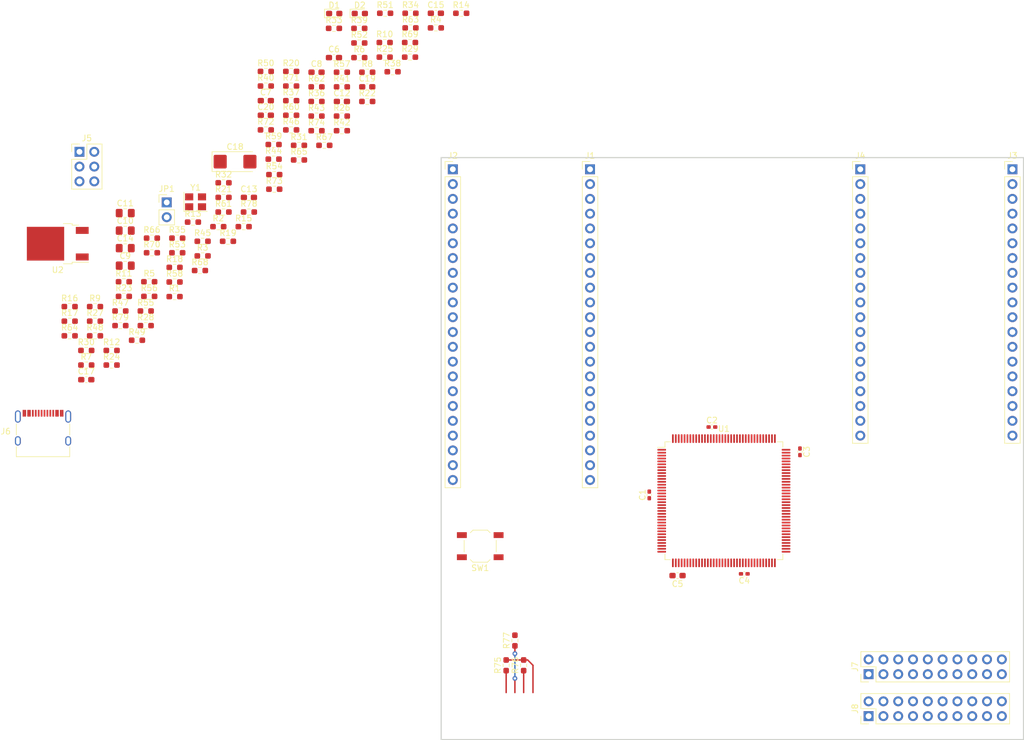
<source format=kicad_pcb>
(kicad_pcb (version 20211014) (generator pcbnew)
  (layers (0 "F.Cu" signal) (1 "In1.Cu" signal) (2 "In2.Cu" signal) (31 "B.Cu" signal) (34 "B.Paste" user) (35 "F.Paste" user) (36 "B.SilkS" user "B.Silkscreen") (37 "F.SilkS" user "F.Silkscreen") (38 "B.Mask" user) (39 "F.Mask" user) (44 "Edge.Cuts" user))
  (net 0 "")
  (net 1 "+3V3")
  (net 2 "GND")
  (net 3 "+3.3VA")
  (net 4 "Net-(C15-Pad1)")
  (net 5 "+5V")
  (net 6 "OSC_OUT")
  (net 7 "OSC_IN")
  (net 8 "Net-(D1-Pad1)")
  (net 9 "Net-(D1-Pad2)")
  (net 10 "Net-(D2-Pad1)")
  (net 11 "Net-(J1-Pad1)")
  (net 13 "Net-(J1-Pad4)")
  (net 14 "Net-(J1-Pad5)")
  (net 15 "Net-(J1-Pad6)")
  (net 16 "Net-(J1-Pad7)")
  (net 17 "Net-(J1-Pad8)")
  (net 18 "Net-(J1-Pad9)")
  (net 19 "Net-(J1-Pad10)")
  (net 20 "Net-(J1-Pad11)")
  (net 21 "Net-(J1-Pad12)")
  (net 22 "Net-(J1-Pad13)")
  (net 23 "Net-(J1-Pad14)")
  (net 24 "Net-(J1-Pad15)")
  (net 25 "Net-(J1-Pad16)")
  (net 26 "Net-(J1-Pad17)")
  (net 27 "Net-(J1-Pad18)")
  (net 28 "Net-(J1-Pad19)")
  (net 29 "Net-(J1-Pad20)")
  (net 30 "Net-(J2-Pad2)")
  (net 31 "Net-(J2-Pad3)")
  (net 32 "Net-(J2-Pad4)")
  (net 33 "Net-(J2-Pad5)")
  (net 34 "Net-(J2-Pad6)")
  (net 35 "Net-(J2-Pad7)")
  (net 36 "Net-(J2-Pad8)")
  (net 37 "Net-(J2-Pad9)")
  (net 38 "Net-(J2-Pad10)")
  (net 39 "Net-(J2-Pad11)")
  (net 40 "Net-(J2-Pad12)")
  (net 41 "Net-(J2-Pad13)")
  (net 42 "Net-(J2-Pad14)")
  (net 43 "Net-(J2-Pad15)")
  (net 44 "Net-(J2-Pad16)")
  (net 45 "Net-(J2-Pad17)")
  (net 46 "Net-(J2-Pad18)")
  (net 47 "Net-(J2-Pad19)")
  (net 48 "Net-(J2-Pad20)")
  (net 49 "Net-(J3-Pad2)")
  (net 50 "Net-(J3-Pad3)")
  (net 51 "Net-(J3-Pad4)")
  (net 52 "Net-(J3-Pad5)")
  (net 53 "Net-(J3-Pad6)")
  (net 54 "Net-(J3-Pad7)")
  (net 55 "Net-(J3-Pad8)")
  (net 56 "Net-(J3-Pad9)")
  (net 57 "Net-(J3-Pad10)")
  (net 58 "Net-(J3-Pad11)")
  (net 59 "Net-(J3-Pad12)")
  (net 60 "Net-(J3-Pad13)")
  (net 61 "Net-(J3-Pad15)")
  (net 62 "Net-(J3-Pad16)")
  (net 63 "Net-(J3-Pad17)")
  (net 64 "Net-(J3-Pad18)")
  (net 65 "Net-(J4-Pad2)")
  (net 66 "Net-(J4-Pad3)")
  (net 67 "Net-(J4-Pad4)")
  (net 68 "Net-(J4-Pad5)")
  (net 69 "Net-(J4-Pad6)")
  (net 70 "Net-(J4-Pad8)")
  (net 71 "Net-(J4-Pad9)")
  (net 72 "Net-(J4-Pad10)")
  (net 73 "Net-(J4-Pad11)")
  (net 74 "Net-(J4-Pad12)")
  (net 75 "Net-(J4-Pad13)")
  (net 76 "Net-(J4-Pad14)")
  (net 77 "Net-(J4-Pad15)")
  (net 78 "Net-(J4-Pad16)")
  (net 79 "Net-(J4-Pad17)")
  (net 80 "Net-(J4-Pad18)")
  (net 81 "Net-(J4-Pad19)")
  (net 82 "Net-(J5-Pad2)")
  (net 83 "Net-(J5-Pad5)")
  (net 84 "Net-(J6-PadA5)")
  (net 85 "Net-(J6-PadA6)")
  (net 86 "Net-(J6-PadA7)")
  (net 88 "Net-(J6-PadB5)")
  (net 91 "BOOT1")
  (net 92 "Net-(R3-Pad1)")
  (net 93 "Net-(R4-Pad1)")
  (net 94 "Net-(R5-Pad1)")
  (net 95 "Net-(R6-Pad1)")
  (net 96 "Net-(R7-Pad1)")
  (net 97 "Net-(R8-Pad1)")
  (net 98 "Net-(R9-Pad1)")
  (net 99 "Net-(R10-Pad1)")
  (net 100 "Net-(R11-Pad1)")
  (net 101 "Net-(R12-Pad1)")
  (net 102 "Net-(R13-Pad1)")
  (net 103 "Net-(R14-Pad1)")
  (net 104 "Net-(R15-Pad1)")
  (net 105 "Net-(R16-Pad1)")
  (net 106 "Net-(R17-Pad1)")
  (net 107 "Net-(R18-Pad1)")
  (net 108 "Net-(R19-Pad1)")
  (net 109 "Net-(R20-Pad1)")
  (net 110 "Net-(R21-Pad1)")
  (net 111 "Net-(R22-Pad2)")
  (net 112 "Net-(R23-Pad2)")
  (net 113 "Net-(R24-Pad2)")
  (net 114 "Net-(R25-Pad2)")
  (net 115 "Net-(R26-Pad2)")
  (net 116 "Net-(R27-Pad2)")
  (net 117 "Net-(R28-Pad2)")
  (net 118 "Net-(R29-Pad2)")
  (net 119 "Net-(R30-Pad2)")
  (net 120 "Net-(R31-Pad2)")
  (net 121 "Net-(R32-Pad2)")
  (net 122 "Net-(R33-Pad2)")
  (net 123 "Net-(R34-Pad2)")
  (net 124 "Net-(R35-Pad2)")
  (net 125 "Net-(R36-Pad2)")
  (net 126 "Net-(R37-Pad2)")
  (net 127 "Net-(R38-Pad2)")
  (net 128 "/BOOT0")
  (net 129 "Net-(R40-Pad1)")
  (net 130 "Net-(R41-Pad1)")
  (net 131 "Net-(R42-Pad1)")
  (net 132 "Net-(R43-Pad1)")
  (net 133 "Net-(R44-Pad1)")
  (net 134 "Net-(R45-Pad1)")
  (net 135 "Net-(R46-Pad1)")
  (net 136 "Net-(R47-Pad1)")
  (net 137 "Net-(R48-Pad1)")
  (net 138 "Net-(R49-Pad1)")
  (net 139 "Net-(R50-Pad1)")
  (net 140 "Net-(R51-Pad1)")
  (net 141 "Net-(R52-Pad1)")
  (net 142 "Net-(R53-Pad1)")
  (net 143 "Net-(R54-Pad1)")
  (net 144 "Net-(R55-Pad1)")
  (net 145 "Net-(R56-Pad1)")
  (net 146 "Net-(R57-Pad1)")
  (net 147 "Net-(R58-Pad1)")
  (net 148 "Net-(R59-Pad1)")
  (net 149 "Net-(R60-Pad1)")
  (net 150 "Net-(R61-Pad1)")
  (net 151 "Net-(R62-Pad1)")
  (net 152 "Net-(R63-Pad1)")
  (net 153 "Net-(R64-Pad1)")
  (net 154 "Net-(R65-Pad1)")
  (net 155 "Net-(R66-Pad1)")
  (net 156 "Net-(R67-Pad1)")
  (net 157 "Net-(R68-Pad1)")
  (net 158 "Net-(R69-Pad1)")
  (net 159 "Net-(R70-Pad1)")
  (net 160 "Net-(R71-Pad1)")
  (net 161 "Net-(R72-Pad1)")
  (net 162 "USB_D-")
  (net 163 "USB_D+")
  (net 168 "PA15")
  (net 169 "PA14")
  (net 170 "PA13")
  (net 171 "PA10")
  (net 172 "Net-(U1-Pad101)")
  (net 173 "Net-(U1-Pad100)")
  (net 174 "PC8")
  (net 175 "PC7")
  (net 176 "PC6")
  (net 177 "PD14")
  (net 178 "PD13")
  (net 179 "PD12")
  (net 180 "PD11")
  (net 181 "PD10")
  (net 182 "PD9")
  (net 183 "PE15")
  (net 184 "PE14")
  (net 185 "PF12")
  (net 186 "PF11")
  (net 187 "PB1")
  (net 188 "PB0")
  (net 189 "PC5")
  (net 190 "PC4")
  (net 191 "Net-(U1-Pad43)")
  (net 192 "Net-(U1-Pad42)")
  (net 193 "Net-(U1-Pad41)")
  (net 194 "Net-(U1-Pad40)")
  (net 195 "Net-(U1-Pad37)")
  (net 196 "Net-(U1-Pad36)")
  (net 197 "Net-(U1-Pad35)")
  (net 198 "Net-(U1-Pad34)")
  (net 199 "PF10")
  (net 200 "PF9")
  (net 201 "PF8")
  (net 202 "PF7")
  (net 203 "PF6")
  (net 204 "PF5")
  (net 205 "PF4")
  (net 206 "PF3")
  (footprint "Resistor_SMD:R_0603_1608Metric_Pad0.98x0.95mm_HandSolder" (layer "F.Cu") (at 49.92 71.31)
    (fp_text reference "R5")
    (fp_text value "220R")
  )
  (footprint "Resistor_SMD:R_0603_1608Metric_Pad0.98x0.95mm_HandSolder" (layer "F.Cu") (at 36.27 78.08)
    (fp_text reference "R17")
    (fp_text value "220R")
  )
  (footprint "Resistor_SMD:R_0603_1608Metric_Pad0.98x0.95mm_HandSolder" (layer "F.Cu") (at 114.15 137.15 90)
    (fp_text reference "R76")
    (fp_text value "5k1" hide)
  )
  (footprint "Resistor_SMD:R_0603_1608Metric_Pad0.98x0.95mm_HandSolder" (layer "F.Cu") (at 75.61 50.4)
    (fp_text reference "R65")
    (fp_text value "220R")
  )
  (footprint "Resistor_SMD:R_0603_1608Metric_Pad0.98x0.95mm_HandSolder" (layer "F.Cu") (at 49.32 78.84)
    (fp_text reference "R28")
    (fp_text value "220R")
  )
  (footprint "Connector_PinHeader_2.54mm:PinHeader_1x02_P2.54mm_Vertical" (layer "F.Cu") (at 52.92 57.69)
    (fp_text reference "JP1")
    (fp_text value "Jumper_2_Open")
  )
  (footprint "Resistor_SMD:R_0603_1608Metric_Pad0.98x0.95mm_HandSolder" (layer "F.Cu") (at 54.73 66.33)
    (fp_text reference "R53")
    (fp_text value "220R")
  )
  (footprint "Resistor_SMD:R_0603_1608Metric_Pad0.98x0.95mm_HandSolder" (layer "F.Cu") (at 82.97 37.85)
    (fp_text reference "R41")
    (fp_text value "220R")
  )
  (footprint "Resistor_SMD:R_0603_1608Metric_Pad0.98x0.95mm_HandSolder" (layer "F.Cu") (at 47.82 81.35)
    (fp_text reference "R49")
    (fp_text value "220R")
  )
  (footprint "Capacitor_SMD:C_0603_1608Metric_Pad1.08x0.95mm_HandSolder" (layer "F.Cu") (at 69.92 40.22)
    (fp_text reference "C7")
    (fp_text value "10nF")
  )
  (footprint "Package_TO_SOT_SMD:TO-252-2" (layer "F.Cu") (at 34.225 64.775 180)
    (fp_text reference "U2")
    (fp_text value "AMS1117CS-3.3")
  )
  (footprint "Capacitor_SMD:C_0402_1005Metric_Pad0.74x0.62mm_HandSolder" (layer "F.Cu") (at 135.7 107.9 90)
    (fp_text reference "C1")
    (fp_text value "10nF" hide)
  )
  (footprint "Connector_PinHeader_2.54mm:PinHeader_1x19_P2.54mm_Vertical" (layer "F.Cu") (at 171.9 52)
    (fp_text reference "J4")
    (fp_text value "Conn_01x19_Female ESP DEV_KIT")
  )
  (footprint "Resistor_SMD:R_0603_1608Metric_Pad0.98x0.95mm_HandSolder" (layer "F.Cu") (at 44.97 76.33)
    (fp_text reference "R47")
    (fp_text value "220R")
  )
  (footprint "Capacitor_SMD:C_0603_1608Metric_Pad1.08x0.95mm_HandSolder" (layer "F.Cu") (at 39.12 88.12)
    (fp_text reference "C17")
    (fp_text value "22uF")
  )
  (footprint "Resistor_SMD:R_0603_1608Metric_Pad0.98x0.95mm_HandSolder" (layer "F.Cu") (at 74.27 42.73)
    (fp_text reference "R60")
    (fp_text value "220R")
  )
  (footprint "Resistor_SMD:R_0603_1608Metric_Pad0.98x0.95mm_HandSolder" (layer "F.Cu") (at 78.62 42.87)
    (fp_text reference "R43")
    (fp_text value "220R")
  )
  (footprint "Resistor_SMD:R_0603_1608Metric_Pad0.98x0.95mm_HandSolder" (layer "F.Cu") (at 39.12 85.61)
    (fp_text reference "R7")
    (fp_text value "220R")
  )
  (footprint "Resistor_SMD:R_0603_1608Metric_Pad0.98x0.95mm_HandSolder" (layer "F.Cu") (at 90.31 30.24)
    (fp_text reference "R10")
    (fp_text value "220R")
  )
  (footprint "Resistor_SMD:R_0603_1608Metric_Pad0.98x0.95mm_HandSolder" (layer "F.Cu") (at 50.38 63.82)
    (fp_text reference "R66")
    (fp_text value "220R")
  )
  (footprint "Resistor_SMD:R_0603_1608Metric_Pad0.98x0.95mm_HandSolder" (layer "F.Cu") (at 103.44 25.22)
    (fp_text reference "R14")
    (fp_text value "220R")
  )
  (footprint "Resistor_SMD:R_0603_1608Metric_Pad0.98x0.95mm_HandSolder" (layer "F.Cu") (at 94.74 27.73)
    (fp_text reference "R63")
    (fp_text value "220R")
  )
  (footprint "Resistor_SMD:R_0603_1608Metric_Pad0.98x0.95mm_HandSolder" (layer "F.Cu") (at 36.27 75.57)
    (fp_text reference "R16")
    (fp_text value "220R")
  )
  (footprint "Capacitor_SMD:C_0402_1005Metric_Pad0.74x0.62mm_HandSolder" (layer "F.Cu") (at 161.55 100.5 -90)
    (fp_text reference "C3")
    (fp_text value "10nF" hide)
  )
  (footprint "Resistor_SMD:R_0603_1608Metric_Pad0.98x0.95mm_HandSolder" (layer "F.Cu") (at 40.62 80.59)
    (fp_text reference "R48")
    (fp_text value "220R")
  )
  (footprint "Resistor_SMD:R_0603_1608Metric_Pad0.98x0.95mm_HandSolder" (layer "F.Cu") (at 94.66 32.75)
    (fp_text reference "R29")
    (fp_text value "220R")
  )
  (footprint "Resistor_SMD:R_0603_1608Metric_Pad0.98x0.95mm_HandSolder" (layer "F.Cu") (at 45.57 73.82)
    (fp_text reference "R23")
    (fp_text value "220R")
  )
  (footprint "Connector_USB:USB_C_Receptacle_XKB_U262-16XN-4BVC11" (layer "F.Cu") (at 31.7 97.55)
    (fp_text reference "J6")
    (fp_text value "USB_C_Receptacle")
  )
  (footprint "Resistor_SMD:R_0603_1608Metric_Pad0.98x0.95mm_HandSolder" (layer "F.Cu") (at 40.62 75.57)
    (fp_text reference "R9")
    (fp_text value "220R")
  )
  (footprint "Resistor_SMD:R_0603_1608Metric_Pad0.98x0.95mm_HandSolder" (layer "F.Cu") (at 43.47 85.61)
    (fp_text reference "R24")
    (fp_text value "220R")
  )
  (footprint "Package_QFP:LQFP-144_20x20mm_P0.5mm" (layer "F.Cu") (at 148.5 108.9)
    (fp_text reference "U1")
    (fp_text value "STM32F103ZETx")
  )
  (footprint "Resistor_SMD:R_0603_1608Metric_Pad0.98x0.95mm_HandSolder" (layer "F.Cu") (at 50.38 66.33)
    (fp_text reference "R70")
    (fp_text value "220R")
  )
  (footprint "Resistor_SMD:R_0603_1608Metric_Pad0.98x0.95mm_HandSolder" (layer "F.Cu") (at 85.96 27.81)
    (fp_text reference "R39")
    (fp_text value "100k")
  )
  (footprint "Resistor_SMD:R_0603_1608Metric_Pad0.98x0.95mm_HandSolder" (layer "F.Cu") (at 87.32 40.36)
    (fp_text reference "R22")
    (fp_text value "220R")
  )
  (footprint "Resistor_SMD:R_0603_1608Metric_Pad0.98x0.95mm_HandSolder" (layer "F.Cu") (at 44.97 78.84)
    (fp_text reference "R79")
    (fp_text value "1k5")
  )
  (footprint "Capacitor_SMD:C_0603_1608Metric_Pad1.08x0.95mm_HandSolder" (layer "F.Cu") (at 87.32 37.85)
    (fp_text reference "C19")
    (fp_text value "18pF")
  )
  (footprint "Resistor_SMD:R_0603_1608Metric_Pad0.98x0.95mm_HandSolder" (layer "F.Cu") (at 87.32 35.34)
    (fp_text reference "R8")
    (fp_text value "220R")
  )
  (footprint "Connector_PinHeader_2.54mm:PinHeader_2x10_P2.54mm_Vertical" (layer "F.Cu") (at 173.325 138.675 90)
    (fp_text reference "J7")
    (fp_text value "Conn_02x10_Odd_Even")
  )
  (footprint "Resistor_SMD:R_0603_1608Metric_Pad0.98x0.95mm_HandSolder" (layer "F.Cu") (at 67.02 59.34)
    (fp_text reference "R78")
    (fp_text value "20R")
  )
  (footprint "Capacitor_SMD:C_0603_1608Metric_Pad1.08x0.95mm_HandSolder" (layer "F.Cu") (at 69.92 42.73)
    (fp_text reference "C20")
    (fp_text value "18pF")
  )
  (footprint "Resistor_SMD:R_0603_1608Metric_Pad0.98x0.95mm_HandSolder" (layer "F.Cu") (at 59.08 64.36)
    (fp_text reference "R45")
    (fp_text value "220R")
  )
  (footprint "Resistor_SMD:R_0603_1608Metric_Pad0.98x0.95mm_HandSolder" (layer "F.Cu") (at 74.27 35.2)
    (fp_text reference "R20")
    (fp_text value "220R")
  )
  (footprint "Resistor_SMD:R_0603_1608Metric_Pad0.98x0.95mm_HandSolder" (layer "F.Cu") (at 82.97 45.38)
    (fp_text reference "R42")
    (fp_text value "220R")
  )
  (footprint "Resistor_SMD:R_0603_1608Metric_Pad0.98x0.95mm_HandSolder" (layer "F.Cu") (at 74.27 45.24)
    (fp_text reference "R46")
    (fp_text value "220R")
  )
  (footprint "Capacitor_SMD:C_0603_1608Metric_Pad1.08x0.95mm_HandSolder" (layer "F.Cu") (at 78.62 35.34)
    (fp_text reference "C8")
    (fp_text value "10nF")
  )
  (footprint "Resistor_SMD:R_0603_1608Metric_Pad0.98x0.95mm_HandSolder" (layer "F.Cu") (at 82.97 42.87)
    (fp_text reference "R26")
    (fp_text value "220R")
  )
  (footprint "Resistor_SMD:R_0603_1608Metric_Pad0.98x0.95mm_HandSolder" (layer "F.Cu") (at 94.74 25.22)
    (fp_text reference "R34")
    (fp_text value "220R")
  )
  (footprint "Button_Switch_SMD:SW_SPST_TL3342" (layer "F.Cu") (at 106.7 116.7 180)
    (fp_text reference "SW1")
    (fp_text value "SW_Push_Dual")
  )
  (footprint "Resistor_SMD:R_0603_1608Metric_Pad0.98x0.95mm_HandSolder" (layer "F.Cu") (at 43.47 83.1)
    (fp_text reference "R12")
    (fp_text value "220R")
  )
  (footprint "Resistor_SMD:R_0603_1608Metric_Pad0.98x0.95mm_HandSolder" (layer "F.Cu") (at 111.15 137.15 90)
    (fp_text reference "R75")
    (fp_text value "5k1" hide)
  )
  (footprint "Capacitor_SMD:C_0603_1608Metric_Pad1.08x0.95mm_HandSolder" (layer "F.Cu") (at 67.02 56.83)
    (fp_text reference "C13")
    (fp_text value "1uF")
  )
  (footprint "Resistor_SMD:R_0603_1608Metric_Pad0.98x0.95mm_HandSolder" (layer "F.Cu") (at 91.67 35.26)
    (fp_text reference "R38")
    (fp_text value "220R")
  )
  (footprint "Resistor_SMD:R_0603_1608Metric_Pad0.98x0.95mm_HandSolder" (layer "F.Cu") (at 49.92 73.82)
    (fp_text reference "R56")
    (fp_text value "220R")
  )
  (footprint "Resistor_SMD:R_0603_1608Metric_Pad0.98x0.95mm_HandSolder" (layer "F.Cu") (at 62.67 59.34)
    (fp_text reference "R61")
    (fp_text value "220R")
  )
  (footprint "Resistor_SMD:R_0603_1608Metric_Pad0.98x0.95mm_HandSolder" (layer "F.Cu") (at 90.31 32.75)
    (fp_text reference "R25")
    (fp_text value "220R")
  )
  (footprint "Capacitor_SMD:C_0805_2012Metric_Pad1.18x1.45mm_HandSolder" (layer "F.Cu") (at 45.8 62.53)
    (fp_text reference "C10")
    (fp_text value "10nF")
  )
  (footprint "Resistor_SMD:R_0603_1608Metric_Pad0.98x0.95mm_HandSolder" (layer "F.Cu") (at 71.26 47.75)
    (fp_text reference "R59")
    (fp_text value "220R")
  )
  (footprint "Connector_PinHeader_2.54mm:PinHeader_1x22_P2.54mm_Vertical" (layer "F.Cu") (at 102 52)
    (fp_text reference "J2")
    (fp_text value "Conn_01x22_Female ESP S3")
  )
  (footprint "Resistor_SMD:R_0603_1608Metric_Pad0.98x0.95mm_HandSolder" (layer "F.Cu") (at 66.12 61.85)
    (fp_text reference "R15")
    (fp_text value "220R")
  )
  (footprint "Resistor_SMD:R_0603_1608Metric_Pad0.98x0.95mm_HandSolder" (layer "F.Cu") (at 90.39 25.22)
    (fp_text reference "R51")
    (fp_text value "220R")
  )
  (footprint "Capacitor_SMD:C_0603_1608Metric_Pad1.08x0.95mm_HandSolder" (layer "F.Cu") (at 81.61 32.83)
    (fp_text reference "C6")
    (fp_text value "10nF")
  )
  (footprint "Resistor_SMD:R_0603_1608Metric_Pad0.98x0.95mm_HandSolder" (layer "F.Cu") (at 58.62 69.38)
    (fp_text reference "R68")
    (fp_text value "220R")
  )
  (footprint "LED_SMD:LED_0603_1608Metric_Pad1.05x0.95mm_HandSolder" (layer "F.Cu") (at 86.045 25.26)
    (fp_text reference "D2")
    (fp_text value "RED")
  )
  (footprint "Connector_PinHeader_2.54mm:PinHeader_2x03_P2.54mm_Vertical" (layer "F.Cu") (at 37.95 49)
    (fp_text reference "J5")
    (fp_text value "Conn_02x03_Counter_Clockwise")
  )
  (footprint "Capacitor_SMD:C_0402_1005Metric_Pad0.74x0.62mm_HandSolder" (layer "F.Cu") (at 146.45 96.25)
    (fp_text reference "C2")
    (fp_text value "10nF" hide)
  )
  (footprint "Resistor_SMD:R_0603_1608Metric_Pad0.98x0.95mm_HandSolder" (layer "F.Cu") (at 71.37 55.42)
    (fp_text reference "R73")
    (fp_text value "1k5")
  )
  (footprint "Resistor_SMD:R_0603_1608Metric_Pad0.98x0.95mm_HandSolder" (layer "F.Cu") (at 61.77 61.85)
    (fp_text reference "R2")
    (fp_text value "10k")
  )
  (footprint "Resistor_SMD:R_0603_1608Metric_Pad0.98x0.95mm_HandSolder" (layer "F.Cu") (at 57.42 61.07)
    (fp_text reference "R13")
    (fp_text value "220R")
  )
  (footprint "Capacitor_SMD:C_0603_1608Metric_Pad1.08x0.95mm_HandSolder" (layer "F.Cu") (at 82.97 40.36)
    (fp_text reference "C12")
    (fp_text value "4.7uF")
  )
  (footprint "Capacitor_SMD:C_0805_2012Metric_Pad1.18x1.45mm_HandSolder" (layer "F.Cu") (at 45.8 68.55)
    (fp_text reference "C9")
    (fp_text value "10nF")
  )
  (footprint "Resistor_SMD:R_0603_1608Metric_Pad0.98x0.95mm_HandSolder" (layer "F.Cu") (at 69.92 45.24)
    (fp_text reference "R72")
    (fp_text value "220R")
  )
  (footprint "Resistor_SMD:R_0603_1608Metric_Pad0.98x0.95mm_HandSolder" (layer "F.Cu") (at 69.92 35.2)
    (fp_text reference "R50")
    (fp_text value "220R")
  )
  (footprint "Capacitor_SMD:C_0805_2012Metric_Pad1.18x1.45mm_HandSolder" (layer "F.Cu") (at 45.8 65.54)
    (fp_text reference "C14")
    (fp_text value "10nF")
  )
  (footprint "LED_SMD:LED_0603_1608Metric_Pad1.05x0.95mm_HandSolder" (layer "F.Cu") (at 81.655 25.26)
    (fp_text reference "D1")
    (fp_text value "BLUE")
  )
  (footprint "Resistor_SMD:R_0603_1608Metric_Pad0.98x0.95mm_HandSolder" (layer "F.Cu") (at 54.27 71.35)
    (fp_text reference "R58")
    (fp_text value "220R")
  )
  (footprint "Resistor_SMD:R_0603_1608Metric_Pad0.98x0.95mm_HandSolder" (layer "F.Cu") (at 81.61 27.81)
    (fp_text reference "R33")
    (fp_text value "220R")
  )
  (footprint "Resistor_SMD:R_0603_1608Metric_Pad0.98x0.95mm_HandSolder" (layer "F.Cu") (at 85.96 32.83)
    (fp_text reference "R6")
    (fp_text value "220R")
  )
  (footprint "Resistor_SMD:R_0603_1608Metric_Pad0.98x0.95mm_HandSolder" (layer "F.Cu") (at 45.57 71.31)
    (fp_text reference "R11")
    (fp_text value "220R")
  )
  (footprint "Resistor_SMD:R_0603_1608Metric_Pad0.98x0.95mm_HandSolder" (layer "F.Cu") (at 78.62 37.85)
    (fp_text reference "R62")
    (fp_text value "220R")
  )
  (footprint "Capacitor_SMD:C_0603_1608Metric_Pad1.08x0.95mm_HandSolder" (layer "F.Cu") (at 140.55 121.75 180)
    (fp_text reference "C5")
    (fp_text value "10nF" hide)
  )
  (footprint "Resistor_SMD:R_0603_1608Metric_Pad0.98x0.95mm_HandSolder" (layer "F.Cu") (at 69.92 37.71)
    (fp_text reference "R40")
    (fp_text value "220R")
  )
  (footprint "Capacitor_SMD:C_0805_2012Metric_Pad1.18x1.45mm_HandSolder" (layer "F.Cu") (at 45.8 59.52)
    (fp_text reference "C11")
    (fp_text value "10nF")
  )
  (footprint "Resistor_SMD:R_0603_1608Metric_Pad0.98x0.95mm_HandSolder" (layer "F.Cu") (at 40.62 78.08)
    (fp_text reference "R27")
    (fp_text value "220R")
  )
  (footprint "Resistor_SMD:R_0603_1608Metric_Pad0.98x0.95mm_HandSolder" (layer "F.Cu") (at 59.08 66.87)
    (fp_text reference "R3")
    (fp_text value "220R")
  )
  (footprint "Resistor_SMD:R_0603_1608Metric_Pad0.98x0.95mm_HandSolder" (layer "F.Cu") (at 39.12 83.1)
    (fp_text reference "R30")
    (fp_text value "220R")
  )
  (footprint "Resistor_SMD:R_0603_1608Metric_Pad0.98x0.95mm_HandSolder" (layer "F.Cu") (at 99.09 27.73)
    (fp_text reference "R4")
    (fp_text value "220R")
  )
  (footprint "Connector_PinHeader_2.54mm:PinHeader_2x10_P2.54mm_Vertical" (layer "F.Cu") (at 173.325 145.875 90)
    (fp_text reference "J8")
    (fp_text value "Conn_02x10_Odd_Even")
  )
  (footprint "Resistor_SMD:R_0603_1608Metric_Pad0.98x0.95mm_HandSolder" (layer "F.Cu") (at 36.27 80.59)
    (fp_text reference "R64")
    (fp_text value "220R")
  )
  (footprint "Resistor_SMD:R_0603_1608Metric_Pad0.98x0.95mm_HandSolder" (layer "F.Cu") (at 62.67 54.32)
    (fp_text reference "R32")
    (fp_text value "220R")
  )
  (footprint "Resistor_SMD:R_0603_1608Metric_Pad0.98x0.95mm_HandSolder" (layer "F.Cu") (at 62.67 56.83)
    (fp_text reference "R21")
    (fp_text value "220R")
  )
  (footprint "Resistor_SMD:R_0603_1608Metric_Pad0.98x0.95mm_HandSolder" (layer "F.Cu") (at 82.97 35.34)
    (fp_text reference "R57")
    (fp_text value "220R")
  )
  (footprint "Resistor_SMD:R_0603_1608Metric_Pad0.98x0.95mm_HandSolder" (layer "F.Cu") (at 54.73 63.82)
    (fp_text reference "R35")
    (fp_text value "220R")
  )
  (footprint "Resistor_SMD:R_0603_1608Metric_Pad0.98x0.95mm_HandSolder" (layer "F.Cu") (at 63.43 64.36)
    (fp_text reference "R19")
    (fp_text value "220R")
  )
  (footprint "Resistor_SMD:R_0603_1608Metric_Pad0.98x0.95mm_HandSolder" (layer "F.Cu") (at 78.62 45.38)
    (fp_text reference "R74")
    (fp_text value "1k5")
  )
  (footprint "Capacitor_Tantalum_SMD:CP_EIA-6032-20_AVX-F_Pad2.25x2.35mm_HandSolder" (layer "F.Cu") (at 64.64 50.69)
    (fp_text reference "C18")
    (fp_text value "22µF solid tantalum")
  )
  (footprint "Resistor_SMD:R_0603_1608Metric_Pad0.98x0.95mm_HandSolder" (layer "F.Cu") (at 49.32 76.33)
    (fp_text reference "R55")
    (fp_text value "220R")
  )
  (footprint "Resistor_SMD:R_0603_1608Metric_Pad0.98x0.95mm_HandSolder" (layer "F.Cu") (at 74.27 37.71)
    (fp_text reference "R71")
    (fp_text value "220R")
  )
  (footprint "Resistor_SMD:R_0603_1608Metric_Pad0.98x0.95mm_HandSolder" (layer "F.Cu") (at 74.27 40.22)
    (fp_text reference "R37")
    (fp_text value "220R")
  )
  (footprint "Capacitor_SMD:C_0603_1608Metric_Pad1.08x0.95mm_HandSolder" (layer "F.Cu") (at 99.09 25.22)
    (fp_text reference "C15")
    (fp_text value "4.7uF")
  )
  (footprint "Capacitor_SMD:C_0402_1005Metric_Pad0.74x0.62mm_HandSolder" (layer "F.Cu") (at 152 121.45 180)
    (fp_text reference "C4")
    (fp_text value "10nF" hide)
  )
  (footprint "Connector_PinHeader_2.54mm:PinHeader_1x22_P2.54mm_Vertical" (layer "F.Cu") (at 125.54 52)
    (fp_text reference "J1")
    (fp_text value "Conn_01x22_Female ESP S3")
  )
  (footprint "Resistor_SMD:R_0603_1608Metric_Pad0.98x0.95mm_HandSolder" (layer "F.Cu") (at 85.96 30.32)
    (fp_text reference "R52")
    (fp_text value "220R")
  )
  (footprint "Resistor_SMD:R_0603_1608Metric_Pad0.98x0.95mm_HandSolder" (layer "F.Cu") (at 71.37 52.91)
    (fp_text reference "R54")
    (fp_text value "220R")
  )
  (footprint "Connector_PinHeader_2.54mm:PinHeader_1x19_P2.54mm_Vertical" (layer "F.Cu") (at 198 52)
    (fp_text reference "J3")
    (fp_text value "Conn_01x19_Female ESP DEV_KIT")
  )
  (footprint "Resistor_SMD:R_0603_1608Metric_Pad0.98x0.95mm_HandSolder" (layer "F.Cu") (at 112.65 132.9 90)
    (fp_text reference "R77")
    (fp_text value "20R" hide)
  )
  (footprint "Resistor_SMD:R_0603_1608Metric_Pad0.98x0.95mm_HandSolder" (layer "F.Cu") (at 75.61 47.89)
    (fp_text reference "R31")
    (fp_text value "220R")
  )
  (footprint "Resistor_SMD:R_0603_1608Metric_Pad0.98x0.95mm_HandSolder" (layer "F.Cu") (at 54.27 68.84)
    (fp_text reference "R18")
    (fp_text value "220R")
  )
  (footprint "Resistor_SMD:R_0603_1608Metric_Pad0.98x0.95mm_HandSolder" (layer "F.Cu") (at 71.26 50.26)
    (fp_text reference "R44")
    (fp_text value "220R")
  )
  (footprint "Resistor_SMD:R_0603_1608Metric_Pad0.98x0.95mm_HandSolder" (layer "F.Cu") (at 78.62 40.36)
    (fp_text reference "R36")
    (fp_text value "220R")
  )
  (footprint "Resistor_SMD:R_0603_1608Metric_Pad0.98x0.95mm_HandSolder" (layer "F.Cu") (at 79.96 47.89)
    (fp_text reference "R67")
    (fp_text value "220R")
  )
  (footprint "Resistor_SMD:R_0603_1608Metric_Pad0.98x0.95mm_HandSolder" (layer "F.Cu") (at 54.27 73.86)
    (fp_text reference "R1")
    (fp_text value "100k")
  )
  (footprint "Crystal:Crystal_SMD_3225-4Pin_3.2x2.5mm" (layer "F.Cu") (at 57.87 57.59)
    (fp_text reference "Y1")
    (fp_text value "12Mhz")
  )
  (footprint "Resistor_SMD:R_0603_1608Metric_Pad0.98x0.95mm_HandSolder" (layer "F.Cu") (at 94.66 30.24)
    (fp_text reference "R69")
    (fp_text value "220R")
  )
  (gr_rect (start 100 50) (end 199.9 149.9) (layer "Edge.Cuts") (width 0.2) (fill none))
  (segment (start 114.15 136.2375) (end 114.8375 136.2375) (width 0.25) (layer "F.Cu") (net 2))
  (segment (start 115.75 137.15) (end 115.75 141.83) (width 0.25) (layer "F.Cu") (net 2))
  (segment (start 114.8375 136.2375) (end 115.75 137.15) (width 0.25) (layer "F.Cu") (net 2))
  (segment (start 111.15 136.2375) (end 114.15 136.2375) (width 0.25) (layer "F.Cu") (net 2))
  (segment (start 111.15 138.0625) (end 111.15 141.83) (width 0.25) (layer "F.Cu") (net 84))
  (segment (start 112.65 135.15) (end 112.65 133.8125) (width 0.25) (layer "F.Cu") (net 86))
  (segment (start 112.65 141.83) (end 112.65 139.4) (width 0.25) (layer "F.Cu") (net 86))
  (via (at 112.65 139.4) (size 0.8) (drill 0.4) (layers "F.Cu" "B.Cu") (net 86))
  (via (at 112.65 135.15) (size 0.8) (drill 0.4) (layers "F.Cu" "B.Cu") (net 86))
  (segment (start 112.65 139.4) (end 112.65 135.15) (width 0.25) (layer "B.Cu") (net 86))
  (segment (start 114.15 141.83) (end 114.15 138.0625) (width 0.25) (layer "F.Cu") (net 88))
)
</source>
